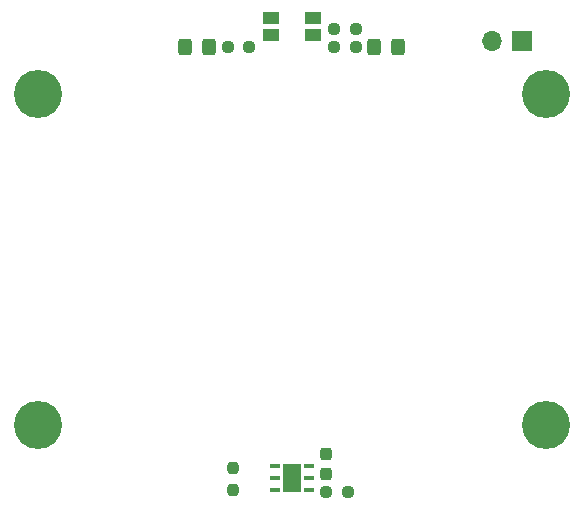
<source format=gbs>
%TF.GenerationSoftware,KiCad,Pcbnew,7.0.7*%
%TF.CreationDate,2024-03-04T06:13:50-08:00*%
%TF.ProjectId,TemperatureHumidityEPD,54656d70-6572-4617-9475-726548756d69,rev?*%
%TF.SameCoordinates,PX75040e0PY7b67cc0*%
%TF.FileFunction,Soldermask,Bot*%
%TF.FilePolarity,Negative*%
%FSLAX46Y46*%
G04 Gerber Fmt 4.6, Leading zero omitted, Abs format (unit mm)*
G04 Created by KiCad (PCBNEW 7.0.7) date 2024-03-04 06:13:50*
%MOMM*%
%LPD*%
G01*
G04 APERTURE LIST*
G04 Aperture macros list*
%AMRoundRect*
0 Rectangle with rounded corners*
0 $1 Rounding radius*
0 $2 $3 $4 $5 $6 $7 $8 $9 X,Y pos of 4 corners*
0 Add a 4 corners polygon primitive as box body*
4,1,4,$2,$3,$4,$5,$6,$7,$8,$9,$2,$3,0*
0 Add four circle primitives for the rounded corners*
1,1,$1+$1,$2,$3*
1,1,$1+$1,$4,$5*
1,1,$1+$1,$6,$7*
1,1,$1+$1,$8,$9*
0 Add four rect primitives between the rounded corners*
20,1,$1+$1,$2,$3,$4,$5,0*
20,1,$1+$1,$4,$5,$6,$7,0*
20,1,$1+$1,$6,$7,$8,$9,0*
20,1,$1+$1,$8,$9,$2,$3,0*%
G04 Aperture macros list end*
%ADD10R,1.700000X1.700000*%
%ADD11O,1.700000X1.700000*%
%ADD12C,4.064000*%
%ADD13RoundRect,0.237500X0.237500X-0.300000X0.237500X0.300000X-0.237500X0.300000X-0.237500X-0.300000X0*%
%ADD14RoundRect,0.237500X-0.237500X0.250000X-0.237500X-0.250000X0.237500X-0.250000X0.237500X0.250000X0*%
%ADD15RoundRect,0.237500X0.250000X0.237500X-0.250000X0.237500X-0.250000X-0.237500X0.250000X-0.237500X0*%
%ADD16R,1.500000X2.400000*%
%ADD17R,0.850000X0.450000*%
%ADD18RoundRect,0.250000X0.325000X0.450000X-0.325000X0.450000X-0.325000X-0.450000X0.325000X-0.450000X0*%
%ADD19RoundRect,0.237500X-0.250000X-0.237500X0.250000X-0.237500X0.250000X0.237500X-0.250000X0.237500X0*%
%ADD20R,1.400000X1.050000*%
%ADD21RoundRect,0.250000X-0.325000X-0.450000X0.325000X-0.450000X0.325000X0.450000X-0.325000X0.450000X0*%
G04 APERTURE END LIST*
D10*
%TO.C,J1*%
X43500000Y40000000D03*
D11*
X40960000Y40000000D03*
%TD*%
D12*
%TO.C,MP1*%
X45500000Y7500000D03*
%TD*%
%TO.C,MP2*%
X2500000Y35500000D03*
%TD*%
%TO.C,MP3*%
X2500000Y7500000D03*
%TD*%
%TO.C,MP4*%
X45500000Y35500000D03*
%TD*%
D13*
%TO.C,C3*%
X26900000Y3337500D03*
X26900000Y5062500D03*
%TD*%
D14*
%TO.C,R1*%
X19000000Y3825000D03*
X19000000Y2000000D03*
%TD*%
D15*
%TO.C,R3*%
X28712500Y1800000D03*
X26887500Y1800000D03*
%TD*%
D16*
%TO.C,U1*%
X24000000Y3000000D03*
D17*
X22550000Y1975000D03*
X22550000Y3000000D03*
X22550000Y4025000D03*
X25450000Y4025000D03*
X25455000Y3000000D03*
X25450000Y1975000D03*
%TD*%
D18*
%TO.C,D2*%
X17025000Y39500000D03*
X14975000Y39500000D03*
%TD*%
D15*
%TO.C,R12*%
X20412500Y39500000D03*
X18587500Y39500000D03*
%TD*%
D19*
%TO.C,R11*%
X27587500Y39500000D03*
X29412500Y39500000D03*
%TD*%
D20*
%TO.C,SW1*%
X25800000Y41925000D03*
X22200000Y41925000D03*
X25800000Y40475000D03*
X22200000Y40475000D03*
%TD*%
D21*
%TO.C,D1*%
X30975000Y39500000D03*
X33025000Y39500000D03*
%TD*%
D15*
%TO.C,R19*%
X29412500Y41000000D03*
X27587500Y41000000D03*
%TD*%
M02*

</source>
